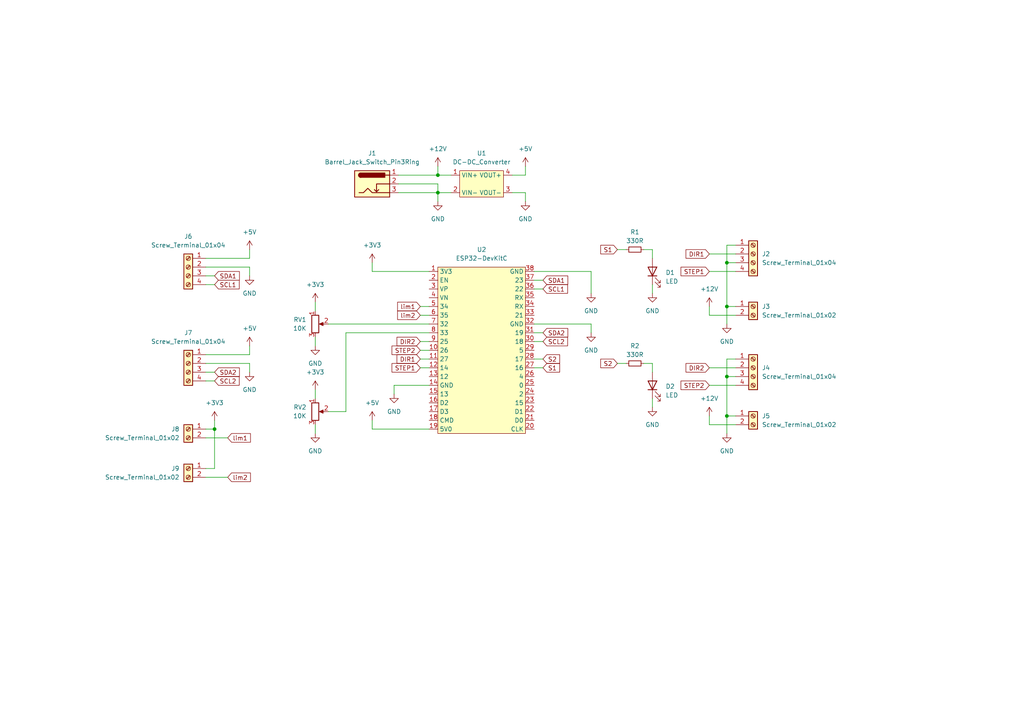
<source format=kicad_sch>
(kicad_sch (version 20230121) (generator eeschema)
  (paper "A4")
  (lib_symbols
    (symbol "Connector:Barrel_Jack_Switch_Pin3Ring" (pin_names hide)
      (property "Reference" "J" (at 0 5.334 0))
      (property "Value" "Barrel_Jack_Switch_Pin3Ring" (at 0 -5.08 0))
      (symbol "Barrel_Jack_Switch_Pin3Ring_0_1"
        (rectangle (start -5.08 3.81) (end 5.08 -3.81) (stroke (width 0.254)) (fill (type background)))
        (arc (start -3.302 3.175) (mid -3.9343 2.54) (end -3.302 1.905) (stroke (width 0.254)))
        (arc (start -3.302 3.175) (mid -3.9343 2.54) (end -3.302 1.905) (stroke (width 0.254)) (fill (type outline)))
        (polyline (pts (xy 1.27 -2.286) (xy 1.905 -1.651)) (stroke (width 0.254)))
        (polyline (pts (xy 5.08 2.54) (xy 3.81 2.54)) (stroke (width 0.254)))
        (polyline (pts (xy 5.08 0) (xy 1.27 0) (xy 1.27 -2.286) (xy 0.635 -1.651)) (stroke (width 0.254)))
        (polyline (pts (xy -3.81 -2.54) (xy -2.54 -2.54) (xy -1.27 -1.27) (xy 0 -2.54) (xy 2.54 -2.54) (xy 5.08 -2.54)) (stroke (width 0.254)))
        (rectangle (start 3.683 3.175) (end -3.302 1.905) (stroke (width 0.254)) (fill (type outline)))
      )
      (symbol "Barrel_Jack_Switch_Pin3Ring_1_1"
        (pin passive line (at 7.62 2.54 180) (length 2.54) (name "~") (number "1"))
        (pin passive line (at 7.62 0 180) (length 2.54) (name "~") (number "2"))
        (pin passive line (at 7.62 -2.54 180) (length 2.54) (name "~") (number "3"))
      )
    )
    (symbol "Connector:Screw_Terminal_01x02" (pin_names (offset 1.016) hide)
      (property "Reference" "J" (at 0 2.54 0))
      (property "Value" "Screw_Terminal_01x02" (at 0 -5.08 0))
      (symbol "Screw_Terminal_01x02_1_1"
        (rectangle (start -1.27 1.27) (end 1.27 -3.81) (stroke (width 0.254)) (fill (type background)))
        (circle (center 0 -2.54) (radius 0.635) (stroke (width 0.1524)))
        (polyline (pts (xy -0.5334 -2.2098) (xy 0.3302 -3.048)) (stroke (width 0.1524)))
        (polyline (pts (xy -0.5334 0.3302) (xy 0.3302 -0.508)) (stroke (width 0.1524)))
        (polyline (pts (xy -0.3556 -2.032) (xy 0.508 -2.8702)) (stroke (width 0.1524)))
        (polyline (pts (xy -0.3556 0.508) (xy 0.508 -0.3302)) (stroke (width 0.1524)))
        (circle (center 0 0) (radius 0.635) (stroke (width 0.1524)))
        (pin passive line (at -5.08 0 0) (length 3.81) (name "Pin_1") (number "1"))
        (pin passive line (at -5.08 -2.54 0) (length 3.81) (name "Pin_2") (number "2"))
      )
    )
    (symbol "Connector:Screw_Terminal_01x04" (pin_names (offset 1.016) hide)
      (property "Reference" "J" (at 0 5.08 0))
      (property "Value" "Screw_Terminal_01x04" (at 0 -7.62 0))
      (symbol "Screw_Terminal_01x04_1_1"
        (rectangle (start -1.27 3.81) (end 1.27 -6.35) (stroke (width 0.254)) (fill (type background)))
        (circle (center 0 -5.08) (radius 0.635) (stroke (width 0.1524)))
        (circle (center 0 -2.54) (radius 0.635) (stroke (width 0.1524)))
        (polyline (pts (xy -0.5334 -4.7498) (xy 0.3302 -5.588)) (stroke (width 0.1524)))
        (polyline (pts (xy -0.5334 -2.2098) (xy 0.3302 -3.048)) (stroke (width 0.1524)))
        (polyline (pts (xy -0.5334 0.3302) (xy 0.3302 -0.508)) (stroke (width 0.1524)))
        (polyline (pts (xy -0.5334 2.8702) (xy 0.3302 2.032)) (stroke (width 0.1524)))
        (polyline (pts (xy -0.3556 -4.572) (xy 0.508 -5.4102)) (stroke (width 0.1524)))
        (polyline (pts (xy -0.3556 -2.032) (xy 0.508 -2.8702)) (stroke (width 0.1524)))
        (polyline (pts (xy -0.3556 0.508) (xy 0.508 -0.3302)) (stroke (width 0.1524)))
        (polyline (pts (xy -0.3556 3.048) (xy 0.508 2.2098)) (stroke (width 0.1524)))
        (circle (center 0 0) (radius 0.635) (stroke (width 0.1524)))
        (circle (center 0 2.54) (radius 0.635) (stroke (width 0.1524)))
        (pin passive line (at -5.08 2.54 0) (length 3.81) (name "Pin_1") (number "1"))
        (pin passive line (at -5.08 0 0) (length 3.81) (name "Pin_2") (number "2"))
        (pin passive line (at -5.08 -2.54 0) (length 3.81) (name "Pin_3") (number "3"))
        (pin passive line (at -5.08 -5.08 0) (length 3.81) (name "Pin_4") (number "4"))
      )
    )
    (symbol "Device:LED" (pin_numbers hide) (pin_names (offset 1.016) hide)
      (property "Reference" "D" (at 0 2.54 0))
      (property "Value" "LED" (at 0 -2.54 0))
      (symbol "LED_0_1"
        (polyline (pts (xy -1.27 -1.27) (xy -1.27 1.27)) (stroke (width 0.254)))
        (polyline (pts (xy -1.27 0) (xy 1.27 0)))
        (polyline (pts (xy 1.27 -1.27) (xy 1.27 1.27) (xy -1.27 0) (xy 1.27 -1.27)) (stroke (width 0.254)))
        (polyline (pts (xy -3.048 -0.762) (xy -4.572 -2.286) (xy -3.81 -2.286) (xy -4.572 -2.286) (xy -4.572 -1.524)))
        (polyline (pts (xy -1.778 -0.762) (xy -3.302 -2.286) (xy -2.54 -2.286) (xy -3.302 -2.286) (xy -3.302 -1.524)))
      )
      (symbol "LED_1_1"
        (pin passive line (at -3.81 0 0) (length 2.54) (name "K") (number "1"))
        (pin passive line (at 3.81 0 180) (length 2.54) (name "A") (number "2"))
      )
    )
    (symbol "Device:R_Potentiometer" (pin_names (offset 1.016) hide)
      (property "Reference" "RV" (at -4.445 0 90))
      (property "Value" "R_Potentiometer" (at -2.54 0 90))
      (symbol "R_Potentiometer_0_1"
        (polyline (pts (xy 2.54 0) (xy 1.524 0)))
        (polyline (pts (xy 1.143 0) (xy 2.286 0.508) (xy 2.286 -0.508) (xy 1.143 0)) (fill (type outline)))
        (rectangle (start 1.016 2.54) (end -1.016 -2.54) (stroke (width 0.254)))
      )
      (symbol "R_Potentiometer_1_1"
        (pin passive line (at 0 3.81 270) (length 1.27) (name "1") (number "1"))
        (pin passive line (at 3.81 0 180) (length 1.27) (name "2") (number "2"))
        (pin passive line (at 0 -3.81 90) (length 1.27) (name "3") (number "3"))
      )
    )
    (symbol "Device:R_Small" (pin_numbers hide) (pin_names (offset 0.254) hide)
      (property "Reference" "R" (at 0.762 0.508 0))
      (property "Value" "R_Small" (at 0.762 -1.016 0))
      (symbol "R_Small_0_1"
        (rectangle (start -0.762 1.778) (end 0.762 -1.778) (stroke (width 0.2032)))
      )
      (symbol "R_Small_1_1"
        (pin passive line (at 0 2.54 270) (length 0.762) (name "~") (number "1"))
        (pin passive line (at 0 -2.54 90) (length 0.762) (name "~") (number "2"))
      )
    )
    (symbol "my_library:DC-DC_Converter"
      (property "Reference" "U" (at 0 8.89 0))
      (property "Value" "DC-DC_Converter" (at 0 6.35 0))
      (symbol "DC-DC_Converter_1_1"
        (rectangle (start -6.35 3.81) (end 6.35 -3.81) (fill (type background)))
        (pin power_in line (at -8.89 2.54 0) (length 2.54) (name "VIN+") (number "1"))
        (pin power_in line (at -8.89 -2.54 0) (length 2.54) (name "VIN-") (number "2"))
        (pin power_out line (at 8.89 -2.54 180) (length 2.54) (name "VOUT-") (number "3"))
        (pin power_out line (at 8.89 2.54 180) (length 2.54) (name "VOUT+") (number "4"))
      )
    )
    (symbol "my_library:ESP32-DevKitC"
      (property "Reference" "U" (at 0 29.21 0))
      (property "Value" "ESP32-DevKitC" (at 0 26.67 0))
      (symbol "ESP32-DevKitC_1_1"
        (rectangle (start -12.7 24.13) (end 12.7 -24.13) (fill (type background)))
        (pin power_in line (at -15.24 22.86 0) (length 2.54) (name "3V3") (number "1"))
        (pin bidirectional line (at -15.24 0 0) (length 2.54) (name "26") (number "10"))
        (pin bidirectional line (at -15.24 -2.54 0) (length 2.54) (name "27") (number "11"))
        (pin bidirectional line (at -15.24 -5.08 0) (length 2.54) (name "14") (number "12"))
        (pin bidirectional line (at -15.24 -7.62 0) (length 2.54) (name "12") (number "13"))
        (pin power_in line (at -15.24 -10.16 0) (length 2.54) (name "GND") (number "14"))
        (pin bidirectional line (at -15.24 -12.7 0) (length 2.54) (name "13") (number "15"))
        (pin bidirectional line (at -15.24 -15.24 0) (length 2.54) (name "D2") (number "16"))
        (pin bidirectional line (at -15.24 -17.78 0) (length 2.54) (name "D3") (number "17"))
        (pin bidirectional line (at -15.24 -20.32 0) (length 2.54) (name "CMD") (number "18"))
        (pin input line (at -15.24 -22.86 0) (length 2.54) (name "5V0") (number "19"))
        (pin input line (at -15.24 20.32 0) (length 2.54) (name "EN") (number "2"))
        (pin bidirectional line (at 15.24 -22.86 180) (length 2.54) (name "CLK") (number "20"))
        (pin bidirectional line (at 15.24 -20.32 180) (length 2.54) (name "D0") (number "21"))
        (pin bidirectional line (at 15.24 -17.78 180) (length 2.54) (name "D1") (number "22"))
        (pin bidirectional line (at 15.24 -15.24 180) (length 2.54) (name "15") (number "23"))
        (pin bidirectional line (at 15.24 -12.7 180) (length 2.54) (name "2") (number "24"))
        (pin bidirectional line (at 15.24 -10.16 180) (length 2.54) (name "0") (number "25"))
        (pin bidirectional line (at 15.24 -7.62 180) (length 2.54) (name "4") (number "26"))
        (pin bidirectional line (at 15.24 -5.08 180) (length 2.54) (name "16") (number "27"))
        (pin bidirectional line (at 15.24 -2.54 180) (length 2.54) (name "17") (number "28"))
        (pin bidirectional line (at 15.24 0 180) (length 2.54) (name "5") (number "29"))
        (pin input line (at -15.24 17.78 0) (length 2.54) (name "VP") (number "3"))
        (pin bidirectional line (at 15.24 2.54 180) (length 2.54) (name "18") (number "30"))
        (pin bidirectional line (at 15.24 5.08 180) (length 2.54) (name "19") (number "31"))
        (pin power_in line (at 15.24 7.62 180) (length 2.54) (name "GND") (number "32"))
        (pin bidirectional line (at 15.24 10.16 180) (length 2.54) (name "21") (number "33"))
        (pin bidirectional line (at 15.24 12.7 180) (length 2.54) (name "RX") (number "34"))
        (pin bidirectional line (at 15.24 15.24 180) (length 2.54) (name "RX") (number "35"))
        (pin bidirectional line (at 15.24 17.78 180) (length 2.54) (name "22") (number "36"))
        (pin bidirectional line (at 15.24 20.32 180) (length 2.54) (name "23") (number "37"))
        (pin power_in line (at 15.24 22.86 180) (length 2.54) (name "GND") (number "38"))
        (pin input line (at -15.24 15.24 0) (length 2.54) (name "VN") (number "4"))
        (pin input line (at -15.24 12.7 0) (length 2.54) (name "34") (number "5"))
        (pin input line (at -15.24 10.16 0) (length 2.54) (name "35") (number "6"))
        (pin bidirectional line (at -15.24 7.62 0) (length 2.54) (name "32") (number "7"))
        (pin bidirectional line (at -15.24 5.08 0) (length 2.54) (name "33") (number "8"))
        (pin bidirectional line (at -15.24 2.54 0) (length 2.54) (name "25") (number "9"))
      )
    )
    (symbol "power:+12V" (power) (pin_names (offset 0))
      (property "Value" "+12V" (at 0 3.556 0))
      (symbol "+12V_0_1"
        (polyline (pts (xy -0.762 1.27) (xy 0 2.54)))
        (polyline (pts (xy 0 0) (xy 0 2.54)))
        (polyline (pts (xy 0 2.54) (xy 0.762 1.27)))
      )
      (symbol "+12V_1_1"
        (pin power_in line (at 0 0 90) (length 0) hide (name "+12V") (number "1"))
      )
    )
    (symbol "power:+3V3" (power) (pin_names (offset 0))
      (property "Value" "+3V3" (at 0 3.556 0))
      (symbol "+3V3_0_1"
        (polyline (pts (xy -0.762 1.27) (xy 0 2.54)))
        (polyline (pts (xy 0 0) (xy 0 2.54)))
        (polyline (pts (xy 0 2.54) (xy 0.762 1.27)))
      )
      (symbol "+3V3_1_1"
        (pin power_in line (at 0 0 90) (length 0) hide (name "+3V3") (number "1"))
      )
    )
    (symbol "power:+5V" (power) (pin_names (offset 0))
      (property "Value" "+5V" (at 0 3.556 0))
      (symbol "+5V_0_1"
        (polyline (pts (xy -0.762 1.27) (xy 0 2.54)))
        (polyline (pts (xy 0 0) (xy 0 2.54)))
        (polyline (pts (xy 0 2.54) (xy 0.762 1.27)))
      )
      (symbol "+5V_1_1"
        (pin power_in line (at 0 0 90) (length 0) hide (name "+5V") (number "1"))
      )
    )
    (symbol "power:GND" (power) (pin_names (offset 0))
      (property "Value" "GND" (at 0 -3.81 0))
      (symbol "GND_0_1"
        (polyline (pts (xy 0 0) (xy 0 -1.27) (xy 1.27 -1.27) (xy 0 -2.54) (xy -1.27 -1.27) (xy 0 -1.27)))
      )
      (symbol "GND_1_1"
        (pin power_in line (at 0 0 270) (length 0) hide (name "GND") (number "1"))
      )
    )
  )
  (junction (at 210.82 76.2))
  (junction (at 210.82 120.65))
  (junction (at 127 50.8))
  (junction (at 127 55.88))
  (junction (at 210.82 109.22))
  (junction (at 62.23 124.46))
  (junction (at 210.82 88.9))
  (wire (pts (xy 152.4 50.8) (xy 152.4 48.26)))
  (wire (pts (xy 205.74 78.74) (xy 213.36 78.74)))
  (wire (pts (xy 179.07 72.39) (xy 181.61 72.39)))
  (wire (pts (xy 205.74 91.44) (xy 205.74 88.9)))
  (wire (pts (xy 59.69 74.93) (xy 72.39 74.93)))
  (wire (pts (xy 205.74 111.76) (xy 213.36 111.76)))
  (wire (pts (xy 62.23 124.46) (xy 62.23 121.92)))
  (wire (pts (xy 95.25 119.38) (xy 100.33 119.38)))
  (wire (pts (xy 154.94 104.14) (xy 157.48 104.14)))
  (wire (pts (xy 59.69 135.89) (xy 62.23 135.89)))
  (wire (pts (xy 189.23 105.41) (xy 189.23 107.95)))
  (wire (pts (xy 121.92 101.6) (xy 124.46 101.6)))
  (wire (pts (xy 115.57 55.88) (xy 127 55.88)))
  (wire (pts (xy 62.23 135.89) (xy 62.23 124.46)))
  (wire (pts (xy 148.59 50.8) (xy 152.4 50.8)))
  (wire (pts (xy 59.69 124.46) (xy 62.23 124.46)))
  (wire (pts (xy 189.23 82.55) (xy 189.23 85.09)))
  (wire (pts (xy 127 50.8) (xy 130.81 50.8)))
  (wire (pts (xy 72.39 77.47) (xy 72.39 80.01)))
  (wire (pts (xy 213.36 123.19) (xy 205.74 123.19)))
  (wire (pts (xy 91.44 97.79) (xy 91.44 100.33)))
  (wire (pts (xy 186.69 105.41) (xy 189.23 105.41)))
  (wire (pts (xy 121.92 91.44) (xy 124.46 91.44)))
  (wire (pts (xy 210.82 71.12) (xy 210.82 76.2)))
  (wire (pts (xy 107.95 78.74) (xy 124.46 78.74)))
  (wire (pts (xy 91.44 123.19) (xy 91.44 125.73)))
  (wire (pts (xy 210.82 109.22) (xy 213.36 109.22)))
  (wire (pts (xy 154.94 106.68) (xy 157.48 106.68)))
  (wire (pts (xy 107.95 124.46) (xy 124.46 124.46)))
  (wire (pts (xy 115.57 53.34) (xy 127 53.34)))
  (wire (pts (xy 205.74 73.66) (xy 213.36 73.66)))
  (wire (pts (xy 210.82 76.2) (xy 213.36 76.2)))
  (wire (pts (xy 171.45 78.74) (xy 154.94 78.74)))
  (wire (pts (xy 154.94 81.28) (xy 157.48 81.28)))
  (wire (pts (xy 154.94 83.82) (xy 157.48 83.82)))
  (wire (pts (xy 179.07 105.41) (xy 181.61 105.41)))
  (wire (pts (xy 154.94 99.06) (xy 157.48 99.06)))
  (wire (pts (xy 154.94 93.98) (xy 171.45 93.98)))
  (wire (pts (xy 107.95 76.2) (xy 107.95 78.74)))
  (wire (pts (xy 210.82 104.14) (xy 213.36 104.14)))
  (wire (pts (xy 107.95 121.92) (xy 107.95 124.46)))
  (wire (pts (xy 205.74 106.68) (xy 213.36 106.68)))
  (wire (pts (xy 59.69 138.43) (xy 66.04 138.43)))
  (wire (pts (xy 213.36 120.65) (xy 210.82 120.65)))
  (wire (pts (xy 59.69 80.01) (xy 62.23 80.01)))
  (wire (pts (xy 59.69 110.49) (xy 62.23 110.49)))
  (wire (pts (xy 59.69 127) (xy 66.04 127)))
  (wire (pts (xy 213.36 88.9) (xy 210.82 88.9)))
  (wire (pts (xy 91.44 113.03) (xy 91.44 115.57)))
  (wire (pts (xy 171.45 85.09) (xy 171.45 78.74)))
  (wire (pts (xy 59.69 77.47) (xy 72.39 77.47)))
  (wire (pts (xy 210.82 88.9) (xy 210.82 93.98)))
  (wire (pts (xy 186.69 72.39) (xy 189.23 72.39)))
  (wire (pts (xy 59.69 105.41) (xy 72.39 105.41)))
  (wire (pts (xy 59.69 107.95) (xy 62.23 107.95)))
  (wire (pts (xy 114.3 111.76) (xy 114.3 114.3)))
  (wire (pts (xy 152.4 55.88) (xy 152.4 58.42)))
  (wire (pts (xy 100.33 96.52) (xy 124.46 96.52)))
  (wire (pts (xy 213.36 91.44) (xy 205.74 91.44)))
  (wire (pts (xy 127 48.26) (xy 127 50.8)))
  (wire (pts (xy 127 53.34) (xy 127 55.88)))
  (wire (pts (xy 210.82 104.14) (xy 210.82 109.22)))
  (wire (pts (xy 95.25 93.98) (xy 124.46 93.98)))
  (wire (pts (xy 154.94 96.52) (xy 157.48 96.52)))
  (wire (pts (xy 210.82 109.22) (xy 210.82 120.65)))
  (wire (pts (xy 189.23 72.39) (xy 189.23 74.93)))
  (wire (pts (xy 127 55.88) (xy 127 58.42)))
  (wire (pts (xy 148.59 55.88) (xy 152.4 55.88)))
  (wire (pts (xy 121.92 88.9) (xy 124.46 88.9)))
  (wire (pts (xy 205.74 123.19) (xy 205.74 120.65)))
  (wire (pts (xy 91.44 87.63) (xy 91.44 90.17)))
  (wire (pts (xy 115.57 50.8) (xy 127 50.8)))
  (wire (pts (xy 59.69 82.55) (xy 62.23 82.55)))
  (wire (pts (xy 72.39 102.87) (xy 72.39 100.33)))
  (wire (pts (xy 171.45 93.98) (xy 171.45 96.52)))
  (wire (pts (xy 72.39 105.41) (xy 72.39 107.95)))
  (wire (pts (xy 210.82 120.65) (xy 210.82 125.73)))
  (wire (pts (xy 121.92 99.06) (xy 124.46 99.06)))
  (wire (pts (xy 121.92 104.14) (xy 124.46 104.14)))
  (wire (pts (xy 130.81 55.88) (xy 127 55.88)))
  (wire (pts (xy 189.23 115.57) (xy 189.23 118.11)))
  (wire (pts (xy 210.82 76.2) (xy 210.82 88.9)))
  (wire (pts (xy 121.92 106.68) (xy 124.46 106.68)))
  (wire (pts (xy 72.39 74.93) (xy 72.39 72.39)))
  (wire (pts (xy 124.46 111.76) (xy 114.3 111.76)))
  (wire (pts (xy 100.33 119.38) (xy 100.33 96.52)))
  (wire (pts (xy 210.82 71.12) (xy 213.36 71.12)))
  (wire (pts (xy 59.69 102.87) (xy 72.39 102.87)))
  (global_label "DIR1" (shape input) (at 121.92 104.14 180) (property "Intersheetrefs" "${INTERSHEET_REFS}" (effects hide)))
  (global_label "S1" (shape input) (at 157.48 106.68 0) (property "Intersheetrefs" "${INTERSHEET_REFS}" (effects hide)))
  (global_label "SDA2" (shape input) (at 62.23 107.95 0) (property "Intersheetrefs" "${INTERSHEET_REFS}" (effects hide)))
  (global_label "STEP1" (shape input) (at 121.92 106.68 180) (property "Intersheetrefs" "${INTERSHEET_REFS}" (effects hide)))
  (global_label "DIR2" (shape input) (at 205.74 106.68 180) (property "Intersheetrefs" "${INTERSHEET_REFS}" (effects hide)))
  (global_label "S2" (shape input) (at 179.07 105.41 180) (property "Intersheetrefs" "${INTERSHEET_REFS}" (effects hide)))
  (global_label "lim1" (shape input) (at 66.04 127 0) (property "Intersheetrefs" "${INTERSHEET_REFS}" (effects hide)))
  (global_label "SCL1" (shape input) (at 62.23 82.55 0) (property "Intersheetrefs" "${INTERSHEET_REFS}" (effects hide)))
  (global_label "SCL2" (shape input) (at 62.23 110.49 0) (property "Intersheetrefs" "${INTERSHEET_REFS}" (effects hide)))
  (global_label "DIR1" (shape input) (at 205.74 73.66 180) (property "Intersheetrefs" "${INTERSHEET_REFS}" (effects hide)))
  (global_label "S1" (shape input) (at 179.07 72.39 180) (property "Intersheetrefs" "${INTERSHEET_REFS}" (effects hide)))
  (global_label "lim2" (shape input) (at 66.04 138.43 0) (property "Intersheetrefs" "${INTERSHEET_REFS}" (effects hide)))
  (global_label "SCL2" (shape input) (at 157.48 99.06 0) (property "Intersheetrefs" "${INTERSHEET_REFS}" (effects hide)))
  (global_label "STEP1" (shape input) (at 205.74 78.74 180) (property "Intersheetrefs" "${INTERSHEET_REFS}" (effects hide)))
  (global_label "STEP2" (shape input) (at 205.74 111.76 180) (property "Intersheetrefs" "${INTERSHEET_REFS}" (effects hide)))
  (global_label "S2" (shape input) (at 157.48 104.14 0) (property "Intersheetrefs" "${INTERSHEET_REFS}" (effects hide)))
  (global_label "DIR2" (shape input) (at 121.92 99.06 180) (property "Intersheetrefs" "${INTERSHEET_REFS}" (effects hide)))
  (global_label "SDA1" (shape input) (at 157.48 81.28 0) (property "Intersheetrefs" "${INTERSHEET_REFS}" (effects hide)))
  (global_label "lim2" (shape input) (at 121.92 91.44 180) (property "Intersheetrefs" "${INTERSHEET_REFS}" (effects hide)))
  (global_label "SCL1" (shape input) (at 157.48 83.82 0) (property "Intersheetrefs" "${INTERSHEET_REFS}" (effects hide)))
  (global_label "SDA1" (shape input) (at 62.23 80.01 0) (property "Intersheetrefs" "${INTERSHEET_REFS}" (effects hide)))
  (global_label "STEP2" (shape input) (at 121.92 101.6 180) (property "Intersheetrefs" "${INTERSHEET_REFS}" (effects hide)))
  (global_label "lim1" (shape input) (at 121.92 88.9 180) (property "Intersheetrefs" "${INTERSHEET_REFS}" (effects hide)))
  (global_label "SDA2" (shape input) (at 157.48 96.52 0) (property "Intersheetrefs" "${INTERSHEET_REFS}" (effects hide)))
  (symbol (lib_id "Connector:Screw_Terminal_01x04") (at 218.44 73.66 0) (unit 1)
    (property "Reference" "J2" (at 220.98 73.66 0) (effects (justify left)))
    (property "Value" "Screw_Terminal_01x04" (at 220.98 76.2 0) (effects (justify left)))
    (property "Footprint" "TerminalBlock_4Ucon:TerminalBlock_4Ucon_1x04_P3.50mm_Horizontal" (effects hide))
  )
  (symbol (lib_id "power:GND") (at 189.23 118.11 0) (unit 1)
    (property "Reference" "#PWR023" (effects hide))
    (property "Value" "GND" (at 189.23 123.19 0))
  )
  (symbol (lib_id "Device:R_Potentiometer") (at 91.44 119.38 0) (unit 1)
    (property "Reference" "RV2" (at 88.9 118.11 0) (effects (justify right)))
    (property "Value" "10K" (at 88.9 120.65 0) (effects (justify right)))
    (property "Footprint" "Potentiometer_THT:Potentiometer_Alps_RK163_Single_Horizontal" (effects hide))
  )
  (symbol (lib_id "power:GND") (at 210.82 125.73 0) (unit 1)
    (property "Reference" "#PWR018" (effects hide))
    (property "Value" "GND" (at 210.82 130.81 0))
  )
  (symbol (lib_id "power:+3V3") (at 107.95 76.2 0) (unit 1)
    (property "Reference" "#PWR05" (effects hide))
    (property "Value" "+3V3" (at 107.95 71.12 0))
  )
  (symbol (lib_id "Device:LED") (at 189.23 111.76 90) (unit 1)
    (property "Reference" "D2" (at 193.04 112.0775 90) (effects (justify right)))
    (property "Value" "LED" (at 193.04 114.6175 90) (effects (justify right)))
    (property "Footprint" "LED_THT:LED_D5.0mm" (effects hide))
  )
  (symbol (lib_id "power:+3V3") (at 62.23 121.92 0) (unit 1)
    (property "Reference" "#PWR024" (effects hide))
    (property "Value" "+3V3" (at 62.23 116.84 0))
  )
  (symbol (lib_id "Connector:Screw_Terminal_01x02") (at 54.61 124.46 0) (mirror y) (unit 1)
    (property "Reference" "J8" (at 52.07 124.46 0) (effects (justify left)))
    (property "Value" "Screw_Terminal_01x02" (at 52.07 127 0) (effects (justify left)))
    (property "Footprint" "TerminalBlock_4Ucon:TerminalBlock_4Ucon_1x02_P3.50mm_Horizontal" (effects hide))
  )
  (symbol (lib_id "power:GND") (at 210.82 93.98 0) (unit 1)
    (property "Reference" "#PWR017" (effects hide))
    (property "Value" "GND" (at 210.82 99.06 0))
  )
  (symbol (lib_id "power:GND") (at 152.4 58.42 0) (unit 1)
    (property "Reference" "#PWR011" (effects hide))
    (property "Value" "GND" (at 152.4 63.5 0))
  )
  (symbol (lib_id "power:+12V") (at 205.74 120.65 0) (unit 1)
    (property "Reference" "#PWR016" (effects hide))
    (property "Value" "+12V" (at 205.74 115.57 0))
  )
  (symbol (lib_id "Connector:Screw_Terminal_01x02") (at 218.44 120.65 0) (unit 1)
    (property "Reference" "J5" (at 220.98 120.65 0) (effects (justify left)))
    (property "Value" "Screw_Terminal_01x02" (at 220.98 123.19 0) (effects (justify left)))
    (property "Footprint" "TerminalBlock_4Ucon:TerminalBlock_4Ucon_1x02_P3.50mm_Horizontal" (effects hide))
  )
  (symbol (lib_id "Device:R_Small") (at 184.15 105.41 90) (unit 1)
    (property "Reference" "R2" (at 184.15 100.33 90))
    (property "Value" "330R" (at 184.15 102.87 90))
    (property "Footprint" "Resistor_THT:R_Axial_DIN0207_L6.3mm_D2.5mm_P10.16mm_Horizontal" (effects hide))
  )
  (symbol (lib_id "Connector:Screw_Terminal_01x02") (at 218.44 88.9 0) (unit 1)
    (property "Reference" "J3" (at 220.98 88.9 0) (effects (justify left)))
    (property "Value" "Screw_Terminal_01x02" (at 220.98 91.44 0) (effects (justify left)))
    (property "Footprint" "TerminalBlock_4Ucon:TerminalBlock_4Ucon_1x02_P3.50mm_Horizontal" (effects hide))
  )
  (symbol (lib_id "power:+12V") (at 205.74 88.9 0) (unit 1)
    (property "Reference" "#PWR015" (effects hide))
    (property "Value" "+12V" (at 205.74 83.82 0))
  )
  (symbol (lib_id "power:+5V") (at 72.39 72.39 0) (unit 1)
    (property "Reference" "#PWR019" (effects hide))
    (property "Value" "+5V" (at 72.39 67.31 0))
  )
  (symbol (lib_id "power:GND") (at 127 58.42 0) (unit 1)
    (property "Reference" "#PWR09" (effects hide))
    (property "Value" "GND" (at 127 63.5 0))
  )
  (symbol (lib_id "my_library:DC-DC_Converter") (at 139.7 53.34 0) (unit 1)
    (property "Reference" "U1" (at 139.7 44.45 0))
    (property "Value" "DC-DC_Converter" (at 139.7 46.99 0))
    (property "Footprint" "my_library:DC-DC_Converter" (effects hide))
  )
  (symbol (lib_id "Connector:Screw_Terminal_01x04") (at 218.44 106.68 0) (unit 1)
    (property "Reference" "J4" (at 220.98 106.68 0) (effects (justify left)))
    (property "Value" "Screw_Terminal_01x04" (at 220.98 109.22 0) (effects (justify left)))
    (property "Footprint" "TerminalBlock_4Ucon:TerminalBlock_4Ucon_1x04_P3.50mm_Horizontal" (effects hide))
  )
  (symbol (lib_id "Device:R_Potentiometer") (at 91.44 93.98 0) (unit 1)
    (property "Reference" "RV1" (at 88.9 92.71 0) (effects (justify right)))
    (property "Value" "10K" (at 88.9 95.25 0) (effects (justify right)))
    (property "Footprint" "Potentiometer_THT:Potentiometer_Alps_RK163_Single_Horizontal" (effects hide))
  )
  (symbol (lib_id "power:+3V3") (at 91.44 113.03 0) (unit 1)
    (property "Reference" "#PWR03" (effects hide))
    (property "Value" "+3V3" (at 91.44 107.95 0))
  )
  (symbol (lib_id "power:+5V") (at 107.95 121.92 0) (unit 1)
    (property "Reference" "#PWR06" (effects hide))
    (property "Value" "+5V" (at 107.95 116.84 0))
  )
  (symbol (lib_id "power:GND") (at 171.45 96.52 0) (unit 1)
    (property "Reference" "#PWR013" (effects hide))
    (property "Value" "GND" (at 171.45 101.6 0))
  )
  (symbol (lib_id "power:+12V") (at 127 48.26 0) (unit 1)
    (property "Reference" "#PWR08" (effects hide))
    (property "Value" "+12V" (at 127 43.18 0))
  )
  (symbol (lib_id "power:GND") (at 171.45 85.09 0) (unit 1)
    (property "Reference" "#PWR012" (effects hide))
    (property "Value" "GND" (at 171.45 90.17 0))
  )
  (symbol (lib_id "power:GND") (at 72.39 107.95 0) (unit 1)
    (property "Reference" "#PWR022" (effects hide))
    (property "Value" "GND" (at 72.39 113.03 0))
  )
  (symbol (lib_id "Connector:Screw_Terminal_01x04") (at 54.61 77.47 0) (mirror y) (unit 1)
    (property "Reference" "J6" (at 54.61 68.58 0))
    (property "Value" "Screw_Terminal_01x04" (at 54.61 71.12 0))
    (property "Footprint" "TerminalBlock_4Ucon:TerminalBlock_4Ucon_1x04_P3.50mm_Horizontal" (effects hide))
  )
  (symbol (lib_id "Connector:Screw_Terminal_01x02") (at 54.61 135.89 0) (mirror y) (unit 1)
    (property "Reference" "J9" (at 52.07 135.89 0) (effects (justify left)))
    (property "Value" "Screw_Terminal_01x02" (at 52.07 138.43 0) (effects (justify left)))
    (property "Footprint" "TerminalBlock_4Ucon:TerminalBlock_4Ucon_1x02_P3.50mm_Horizontal" (effects hide))
  )
  (symbol (lib_id "Connector:Screw_Terminal_01x04") (at 54.61 105.41 0) (mirror y) (unit 1)
    (property "Reference" "J7" (at 54.61 96.52 0))
    (property "Value" "Screw_Terminal_01x04" (at 54.61 99.06 0))
    (property "Footprint" "TerminalBlock_4Ucon:TerminalBlock_4Ucon_1x04_P3.50mm_Horizontal" (effects hide))
  )
  (symbol (lib_id "my_library:ESP32-DevKitC") (at 139.7 101.6 0) (unit 1)
    (property "Reference" "U2" (at 139.7 72.39 0))
    (property "Value" "ESP32-DevKitC" (at 139.7 74.93 0))
    (property "Footprint" "my_library:ESP32-DevKitC" (effects hide))
  )
  (symbol (lib_id "Device:R_Small") (at 184.15 72.39 90) (unit 1)
    (property "Reference" "R1" (at 184.15 67.31 90))
    (property "Value" "330R" (at 184.15 69.85 90))
    (property "Footprint" "Resistor_THT:R_Axial_DIN0207_L6.3mm_D2.5mm_P10.16mm_Horizontal" (effects hide))
  )
  (symbol (lib_id "power:GND") (at 91.44 125.73 0) (unit 1)
    (property "Reference" "#PWR04" (effects hide))
    (property "Value" "GND" (at 91.44 130.81 0))
  )
  (symbol (lib_id "power:GND") (at 189.23 85.09 0) (unit 1)
    (property "Reference" "#PWR014" (effects hide))
    (property "Value" "GND" (at 189.23 90.17 0))
  )
  (symbol (lib_id "power:GND") (at 114.3 114.3 0) (unit 1)
    (property "Reference" "#PWR07" (effects hide))
    (property "Value" "GND" (at 114.3 119.38 0))
  )
  (symbol (lib_id "power:GND") (at 72.39 80.01 0) (unit 1)
    (property "Reference" "#PWR020" (effects hide))
    (property "Value" "GND" (at 72.39 85.09 0))
  )
  (symbol (lib_id "Connector:Barrel_Jack_Switch_Pin3Ring") (at 107.95 53.34 0) (unit 1)
    (property "Reference" "J1" (at 107.95 44.45 0))
    (property "Value" "Barrel_Jack_Switch_Pin3Ring" (at 107.95 46.99 0))
    (property "Footprint" "Connector_BarrelJack:BarrelJack_Horizontal" (effects hide))
  )
  (symbol (lib_id "power:+5V") (at 152.4 48.26 0) (unit 1)
    (property "Reference" "#PWR010" (effects hide))
    (property "Value" "+5V" (at 152.4 43.18 0))
  )
  (symbol (lib_id "power:GND") (at 91.44 100.33 0) (unit 1)
    (property "Reference" "#PWR02" (effects hide))
    (property "Value" "GND" (at 91.44 105.41 0))
  )
  (symbol (lib_id "power:+5V") (at 72.39 100.33 0) (unit 1)
    (property "Reference" "#PWR021" (effects hide))
    (property "Value" "+5V" (at 72.39 95.25 0))
  )
  (symbol (lib_id "Device:LED") (at 189.23 78.74 90) (unit 1)
    (property "Reference" "D1" (at 193.04 79.0575 90) (effects (justify right)))
    (property "Value" "LED" (at 193.04 81.5975 90) (effects (justify right)))
    (property "Footprint" "LED_THT:LED_D5.0mm" (effects hide))
  )
  (symbol (lib_id "power:+3V3") (at 91.44 87.63 0) (unit 1)
    (property "Reference" "#PWR01" (effects hide))
    (property "Value" "+3V3" (at 91.44 82.55 0))
  )
)
</source>
